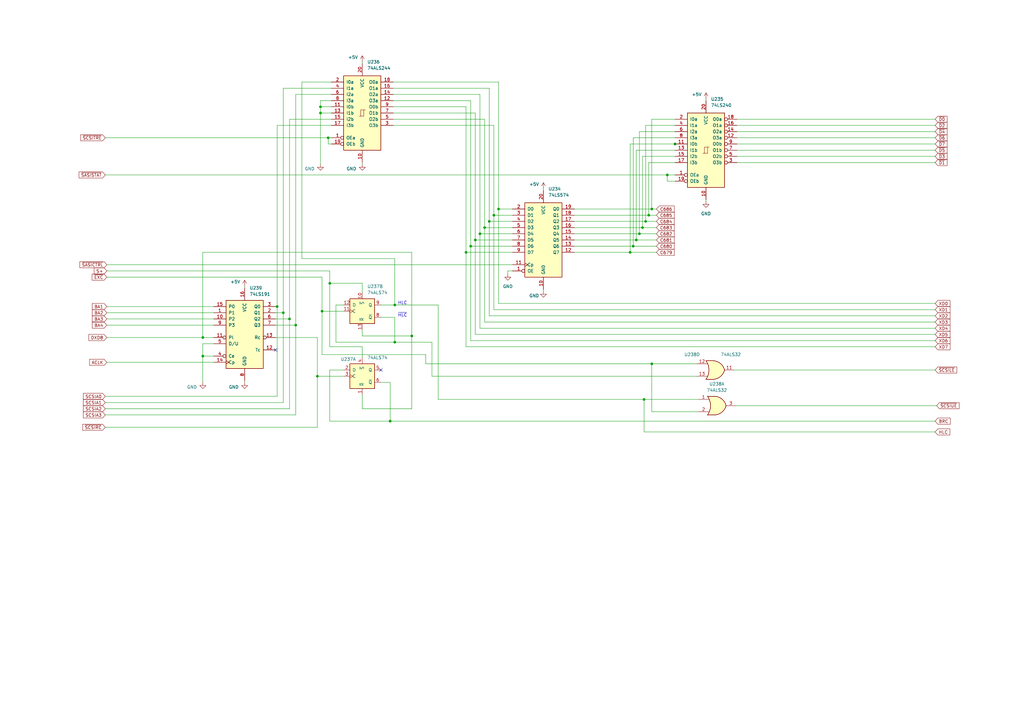
<source format=kicad_sch>
(kicad_sch (version 20211123) (generator eeschema)
  (paper "A3")
  (lib_symbols
    (symbol "74xx:74LS191" (pin_names (offset 1.016))
      (property "Reference" "U" (at -7.62 13.97 0))
      (property "Value" "74LS191" (at -7.62 -16.51 0))
      (symbol "74LS191_1_0"
        (pin input line (at -12.7 7.62 0) (length 5.08) (name "P1") (number "1"))
        (pin input line (at -12.7 5.08 0) (length 5.08) (name "P2") (number "10"))
        (pin input inverted (at -12.7 -2.54 0) (length 5.08) (name "Pl") (number "11"))
        (pin output line (at 12.7 -7.62 180) (length 5.08) (name "Tc") (number "12"))
        (pin output inverted (at 12.7 -2.54 180) (length 5.08) (name "Rc") (number "13"))
        (pin input clock (at -12.7 -12.7 0) (length 5.08) (name "Cp") (number "14"))
        (pin input line (at -12.7 10.16 0) (length 5.08) (name "P0") (number "15"))
        (pin power_in line (at 0 17.78 270) (length 5.08) (name "VCC") (number "16"))
        (pin output line (at 12.7 7.62 180) (length 5.08) (name "Q1") (number "2"))
        (pin output line (at 12.7 10.16 180) (length 5.08) (name "Q0") (number "3"))
        (pin input inverted (at -12.7 -10.16 0) (length 5.08) (name "Ce") (number "4"))
        (pin input line (at -12.7 -5.08 0) (length 5.08) (name "D/U") (number "5"))
        (pin output line (at 12.7 5.08 180) (length 5.08) (name "Q2") (number "6"))
        (pin output line (at 12.7 2.54 180) (length 5.08) (name "Q3") (number "7"))
        (pin power_in line (at 0 -20.32 90) (length 5.08) (name "GND") (number "8"))
        (pin input line (at -12.7 2.54 0) (length 5.08) (name "P3") (number "9"))
      )
      (symbol "74LS191_1_1"
        (rectangle (start -7.62 12.7) (end 7.62 -15.24) (stroke (width 0.254)) (fill (type background)))
      )
    )
    (symbol "74xx:74LS240" (pin_names (offset 1.016))
      (property "Reference" "U" (at -7.62 16.51 0))
      (property "Value" "74LS240" (at -7.62 -16.51 0))
      (symbol "74LS240_1_0"
        (polyline (pts (xy -0.635 -1.27) (xy -0.635 1.27) (xy 0.635 1.27)))
        (polyline (pts (xy -1.27 -1.27) (xy 0.635 -1.27) (xy 0.635 1.27) (xy 1.27 1.27)))
        (pin input inverted (at -12.7 -10.16 0) (length 5.08) (name "OEa") (number "1"))
        (pin power_in line (at 0 -20.32 90) (length 5.08) (name "GND") (number "10"))
        (pin input line (at -12.7 2.54 0) (length 5.08) (name "I0b") (number "11"))
        (pin tri_state inverted (at 12.7 5.08 180) (length 5.08) (name "O3a") (number "12"))
        (pin input line (at -12.7 0 0) (length 5.08) (name "I1b") (number "13"))
        (pin tri_state inverted (at 12.7 7.62 180) (length 5.08) (name "O2a") (number "14"))
        (pin input line (at -12.7 -2.54 0) (length 5.08) (name "I2b") (number "15"))
        (pin tri_state inverted (at 12.7 10.16 180) (length 5.08) (name "O1a") (number "16"))
        (pin input line (at -12.7 -5.08 0) (length 5.08) (name "I3b") (number "17"))
        (pin tri_state inverted (at 12.7 12.7 180) (length 5.08) (name "O0a") (number "18"))
        (pin input inverted (at -12.7 -12.7 0) (length 5.08) (name "OEb") (number "19"))
        (pin input line (at -12.7 12.7 0) (length 5.08) (name "I0a") (number "2"))
        (pin power_in line (at 0 20.32 270) (length 5.08) (name "VCC") (number "20"))
        (pin tri_state inverted (at 12.7 -5.08 180) (length 5.08) (name "O3b") (number "3"))
        (pin input line (at -12.7 10.16 0) (length 5.08) (name "I1a") (number "4"))
        (pin tri_state inverted (at 12.7 -2.54 180) (length 5.08) (name "O2b") (number "5"))
        (pin input line (at -12.7 7.62 0) (length 5.08) (name "I2a") (number "6"))
        (pin tri_state inverted (at 12.7 0 180) (length 5.08) (name "O1b") (number "7"))
        (pin input line (at -12.7 5.08 0) (length 5.08) (name "I3a") (number "8"))
        (pin tri_state inverted (at 12.7 2.54 180) (length 5.08) (name "O0b") (number "9"))
      )
      (symbol "74LS240_1_1"
        (rectangle (start -7.62 15.24) (end 7.62 -15.24) (stroke (width 0.254)) (fill (type background)))
      )
    )
    (symbol "74xx:74LS244" (pin_names (offset 1.016))
      (property "Reference" "U" (at -7.62 16.51 0))
      (property "Value" "74LS244" (at -7.62 -16.51 0))
      (symbol "74LS244_1_0"
        (polyline (pts (xy -0.635 -1.27) (xy -0.635 1.27) (xy 0.635 1.27)))
        (polyline (pts (xy -1.27 -1.27) (xy 0.635 -1.27) (xy 0.635 1.27) (xy 1.27 1.27)))
        (pin input inverted (at -12.7 -10.16 0) (length 5.08) (name "OEa") (number "1"))
        (pin power_in line (at 0 -20.32 90) (length 5.08) (name "GND") (number "10"))
        (pin input line (at -12.7 2.54 0) (length 5.08) (name "I0b") (number "11"))
        (pin tri_state line (at 12.7 5.08 180) (length 5.08) (name "O3a") (number "12"))
        (pin input line (at -12.7 0 0) (length 5.08) (name "I1b") (number "13"))
        (pin tri_state line (at 12.7 7.62 180) (length 5.08) (name "O2a") (number "14"))
        (pin input line (at -12.7 -2.54 0) (length 5.08) (name "I2b") (number "15"))
        (pin tri_state line (at 12.7 10.16 180) (length 5.08) (name "O1a") (number "16"))
        (pin input line (at -12.7 -5.08 0) (length 5.08) (name "I3b") (number "17"))
        (pin tri_state line (at 12.7 12.7 180) (length 5.08) (name "O0a") (number "18"))
        (pin input inverted (at -12.7 -12.7 0) (length 5.08) (name "OEb") (number "19"))
        (pin input line (at -12.7 12.7 0) (length 5.08) (name "I0a") (number "2"))
        (pin power_in line (at 0 20.32 270) (length 5.08) (name "VCC") (number "20"))
        (pin tri_state line (at 12.7 -5.08 180) (length 5.08) (name "O3b") (number "3"))
        (pin input line (at -12.7 10.16 0) (length 5.08) (name "I1a") (number "4"))
        (pin tri_state line (at 12.7 -2.54 180) (length 5.08) (name "O2b") (number "5"))
        (pin input line (at -12.7 7.62 0) (length 5.08) (name "I2a") (number "6"))
        (pin tri_state line (at 12.7 0 180) (length 5.08) (name "O1b") (number "7"))
        (pin input line (at -12.7 5.08 0) (length 5.08) (name "I3a") (number "8"))
        (pin tri_state line (at 12.7 2.54 180) (length 5.08) (name "O0b") (number "9"))
      )
      (symbol "74LS244_1_1"
        (rectangle (start -7.62 15.24) (end 7.62 -15.24) (stroke (width 0.254)) (fill (type background)))
      )
    )
    (symbol "74xx:74LS32" (pin_names (offset 1.016))
      (property "Reference" "U" (at 0 1.27 0))
      (property "Value" "74LS32" (at 0 -1.27 0))
      (symbol "74LS32_1_1"
        (arc (start -3.81 -3.81) (mid -2.589 0) (end -3.81 3.81) (stroke (width 0.254)))
        (arc (start -0.6096 -3.81) (mid 2.1842 -2.5851) (end 3.81 0) (stroke (width 0.254)) (fill (type background)))
        (polyline (pts (xy -3.81 -3.81) (xy -0.635 -3.81)) (stroke (width 0.254)) (fill (type background)))
        (polyline (pts (xy -3.81 3.81) (xy -0.635 3.81)) (stroke (width 0.254)) (fill (type background)))
        (polyline (pts (xy -0.635 3.81) (xy -3.81 3.81) (xy -3.81 3.81) (xy -3.556 3.4036) (xy -3.0226 2.2606) (xy -2.6924 1.0414) (xy -2.6162 -0.254) (xy -2.7686 -1.4986) (xy -3.175 -2.7178) (xy -3.81 -3.81) (xy -3.81 -3.81) (xy -0.635 -3.81)) (stroke (width -25.4)) (fill (type background)))
        (arc (start 3.81 0) (mid 2.1915 2.5936) (end -0.6096 3.81) (stroke (width 0.254)) (fill (type background)))
        (pin input line (at -7.62 2.54 0) (length 4.318) (name "~") (number "1"))
        (pin input line (at -7.62 -2.54 0) (length 4.318) (name "~") (number "2"))
        (pin output line (at 7.62 0 180) (length 3.81) (name "~") (number "3"))
      )
      (symbol "74LS32_1_2"
        (arc (start 0 -3.81) (mid 3.81 0) (end 0 3.81) (stroke (width 0.254)) (fill (type background)))
        (polyline (pts (xy 0 3.81) (xy -3.81 3.81) (xy -3.81 -3.81) (xy 0 -3.81)) (stroke (width 0.254)) (fill (type background)))
        (pin input inverted (at -7.62 2.54 0) (length 3.81) (name "~") (number "1"))
        (pin input inverted (at -7.62 -2.54 0) (length 3.81) (name "~") (number "2"))
        (pin output inverted (at 7.62 0 180) (length 3.81) (name "~") (number "3"))
      )
      (symbol "74LS32_2_1"
        (arc (start -3.81 -3.81) (mid -2.589 0) (end -3.81 3.81) (stroke (width 0.254)))
        (arc (start -0.6096 -3.81) (mid 2.1842 -2.5851) (end 3.81 0) (stroke (width 0.254)) (fill (type background)))
        (polyline (pts (xy -3.81 -3.81) (xy -0.635 -3.81)) (stroke (width 0.254)) (fill (type background)))
        (polyline (pts (xy -3.81 3.81) (xy -0.635 3.81)) (stroke (width 0.254)) (fill (type background)))
        (polyline (pts (xy -0.635 3.81) (xy -3.81 3.81) (xy -3.81 3.81) (xy -3.556 3.4036) (xy -3.0226 2.2606) (xy -2.6924 1.0414) (xy -2.6162 -0.254) (xy -2.7686 -1.4986) (xy -3.175 -2.7178) (xy -3.81 -3.81) (xy -3.81 -3.81) (xy -0.635 -3.81)) (stroke (width -25.4)) (fill (type background)))
        (arc (start 3.81 0) (mid 2.1915 2.5936) (end -0.6096 3.81) (stroke (width 0.254)) (fill (type background)))
        (pin input line (at -7.62 2.54 0) (length 4.318) (name "~") (number "4"))
        (pin input line (at -7.62 -2.54 0) (length 4.318) (name "~") (number "5"))
        (pin output line (at 7.62 0 180) (length 3.81) (name "~") (number "6"))
      )
      (symbol "74LS32_2_2"
        (arc (start 0 -3.81) (mid 3.81 0) (end 0 3.81) (stroke (width 0.254)) (fill (type background)))
        (polyline (pts (xy 0 3.81) (xy -3.81 3.81) (xy -3.81 -3.81) (xy 0 -3.81)) (stroke (width 0.254)) (fill (type background)))
        (pin input inverted (at -7.62 2.54 0) (length 3.81) (name "~") (number "4"))
        (pin input inverted (at -7.62 -2.54 0) (length 3.81) (name "~") (number "5"))
        (pin output inverted (at 7.62 0 180) (length 3.81) (name "~") (number "6"))
      )
      (symbol "74LS32_3_1"
        (arc (start -3.81 -3.81) (mid -2.589 0) (end -3.81 3.81) (stroke (width 0.254)))
        (arc (start -0.6096 -3.81) (mid 2.1842 -2.5851) (end 3.81 0) (stroke (width 0.254)) (fill (type background)))
        (polyline (pts (xy -3.81 -3.81) (xy -0.635 -3.81)) (stroke (width 0.254)) (fill (type background)))
        (polyline (pts (xy -3.81 3.81) (xy -0.635 3.81)) (stroke (width 0.254)) (fill (type background)))
        (polyline (pts (xy -0.635 3.81) (xy -3.81 3.81) (xy -3.81 3.81) (xy -3.556 3.4036) (xy -3.0226 2.2606) (xy -2.6924 1.0414) (xy -2.6162 -0.254) (xy -2.7686 -1.4986) (xy -3.175 -2.7178) (xy -3.81 -3.81) (xy -3.81 -3.81) (xy -0.635 -3.81)) (stroke (width -25.4)) (fill (type background)))
        (arc (start 3.81 0) (mid 2.1915 2.5936) (end -0.6096 3.81) (stroke (width 0.254)) (fill (type background)))
        (pin input line (at -7.62 -2.54 0) (length 4.318) (name "~") (number "10"))
        (pin output line (at 7.62 0 180) (length 3.81) (name "~") (number "8"))
        (pin input line (at -7.62 2.54 0) (length 4.318) (name "~") (number "9"))
      )
      (symbol "74LS32_3_2"
        (arc (start 0 -3.81) (mid 3.81 0) (end 0 3.81) (stroke (width 0.254)) (fill (type background)))
        (polyline (pts (xy 0 3.81) (xy -3.81 3.81) (xy -3.81 -3.81) (xy 0 -3.81)) (stroke (width 0.254)) (fill (type background)))
        (pin input inverted (at -7.62 -2.54 0) (length 3.81) (name "~") (number "10"))
        (pin output inverted (at 7.62 0 180) (length 3.81) (name "~") (number "8"))
        (pin input inverted (at -7.62 2.54 0) (length 3.81) (name "~") (number "9"))
      )
      (symbol "74LS32_4_1"
        (arc (start -3.81 -3.81) (mid -2.589 0) (end -3.81 3.81) (stroke (width 0.254)))
        (arc (start -0.6096 -3.81) (mid 2.1842 -2.5851) (end 3.81 0) (stroke (width 0.254)) (fill (type background)))
        (polyline (pts (xy -3.81 -3.81) (xy -0.635 -3.81)) (stroke (width 0.254)) (fill (type background)))
        (polyline (pts (xy -3.81 3.81) (xy -0.635 3.81)) (stroke (width 0.254)) (fill (type background)))
        (polyline (pts (xy -0.635 3.81) (xy -3.81 3.81) (xy -3.81 3.81) (xy -3.556 3.4036) (xy -3.0226 2.2606) (xy -2.6924 1.0414) (xy -2.6162 -0.254) (xy -2.7686 -1.4986) (xy -3.175 -2.7178) (xy -3.81 -3.81) (xy -3.81 -3.81) (xy -0.635 -3.81)) (stroke (width -25.4)) (fill (type background)))
        (arc (start 3.81 0) (mid 2.1915 2.5936) (end -0.6096 3.81) (stroke (width 0.254)) (fill (type background)))
        (pin output line (at 7.62 0 180) (length 3.81) (name "~") (number "11"))
        (pin input line (at -7.62 2.54 0) (length 4.318) (name "~") (number "12"))
        (pin input line (at -7.62 -2.54 0) (length 4.318) (name "~") (number "13"))
      )
      (symbol "74LS32_4_2"
        (arc (start 0 -3.81) (mid 3.81 0) (end 0 3.81) (stroke (width 0.254)) (fill (type background)))
        (polyline (pts (xy 0 3.81) (xy -3.81 3.81) (xy -3.81 -3.81) (xy 0 -3.81)) (stroke (width 0.254)) (fill (type background)))
        (pin output inverted (at 7.62 0 180) (length 3.81) (name "~") (number "11"))
        (pin input inverted (at -7.62 2.54 0) (length 3.81) (name "~") (number "12"))
        (pin input inverted (at -7.62 -2.54 0) (length 3.81) (name "~") (number "13"))
      )
      (symbol "74LS32_5_0"
        (pin power_in line (at 0 12.7 270) (length 5.08) (name "VCC") (number "14"))
        (pin power_in line (at 0 -12.7 90) (length 5.08) (name "GND") (number "7"))
      )
      (symbol "74LS32_5_1"
        (rectangle (start -5.08 7.62) (end 5.08 -7.62) (stroke (width 0.254)) (fill (type background)))
      )
    )
    (symbol "74xx:74LS574" (pin_names (offset 1.016))
      (property "Reference" "U" (at -7.62 16.51 0))
      (property "Value" "74LS574" (at -7.62 -16.51 0))
      (symbol "74LS574_1_0"
        (pin input inverted (at -12.7 -12.7 0) (length 5.08) (name "OE") (number "1"))
        (pin power_in line (at 0 -20.32 90) (length 5.08) (name "GND") (number "10"))
        (pin input clock (at -12.7 -10.16 0) (length 5.08) (name "Cp") (number "11"))
        (pin tri_state line (at 12.7 -5.08 180) (length 5.08) (name "Q7") (number "12"))
        (pin tri_state line (at 12.7 -2.54 180) (length 5.08) (name "Q6") (number "13"))
        (pin tri_state line (at 12.7 0 180) (length 5.08) (name "Q5") (number "14"))
        (pin tri_state line (at 12.7 2.54 180) (length 5.08) (name "Q4") (number "15"))
        (pin tri_state line (at 12.7 5.08 180) (length 5.08) (name "Q3") (number "16"))
        (pin tri_state line (at 12.7 7.62 180) (length 5.08) (name "Q2") (number "17"))
        (pin tri_state line (at 12.7 10.16 180) (length 5.08) (name "Q1") (number "18"))
        (pin tri_state line (at 12.7 12.7 180) (length 5.08) (name "Q0") (number "19"))
        (pin input line (at -12.7 12.7 0) (length 5.08) (name "D0") (number "2"))
        (pin power_in line (at 0 20.32 270) (length 5.08) (name "VCC") (number "20"))
        (pin input line (at -12.7 10.16 0) (length 5.08) (name "D1") (number "3"))
        (pin input line (at -12.7 7.62 0) (length 5.08) (name "D2") (number "4"))
        (pin input line (at -12.7 5.08 0) (length 5.08) (name "D3") (number "5"))
        (pin input line (at -12.7 2.54 0) (length 5.08) (name "D4") (number "6"))
        (pin input line (at -12.7 0 0) (length 5.08) (name "D5") (number "7"))
        (pin input line (at -12.7 -2.54 0) (length 5.08) (name "D6") (number "8"))
        (pin input line (at -12.7 -5.08 0) (length 5.08) (name "D7") (number "9"))
      )
      (symbol "74LS574_1_1"
        (rectangle (start -7.62 15.24) (end 7.62 -15.24) (stroke (width 0.254)) (fill (type background)))
      )
    )
    (symbol "74xx:74LS74" (pin_names (offset 1.016))
      (property "Reference" "U" (at -7.62 8.89 0))
      (property "Value" "74LS74" (at -7.62 -8.89 0))
      (symbol "74LS74_1_0"
        (pin input line (at 0 -7.62 90) (length 2.54) (name "~{R}") (number "1"))
        (pin input line (at -7.62 2.54 0) (length 2.54) (name "D") (number "2"))
        (pin input clock (at -7.62 0 0) (length 2.54) (name "C") (number "3"))
        (pin input line (at 0 7.62 270) (length 2.54) (name "~{S}") (number "4"))
        (pin output line (at 7.62 2.54 180) (length 2.54) (name "Q") (number "5"))
        (pin output line (at 7.62 -2.54 180) (length 2.54) (name "~{Q}") (number "6"))
      )
      (symbol "74LS74_1_1"
        (rectangle (start -5.08 5.08) (end 5.08 -5.08) (stroke (width 0.254)) (fill (type background)))
      )
      (symbol "74LS74_2_0"
        (pin input line (at 0 7.62 270) (length 2.54) (name "~{S}") (number "10"))
        (pin input clock (at -7.62 0 0) (length 2.54) (name "C") (number "11"))
        (pin input line (at -7.62 2.54 0) (length 2.54) (name "D") (number "12"))
        (pin input line (at 0 -7.62 90) (length 2.54) (name "~{R}") (number "13"))
        (pin output line (at 7.62 -2.54 180) (length 2.54) (name "~{Q}") (number "8"))
        (pin output line (at 7.62 2.54 180) (length 2.54) (name "Q") (number "9"))
      )
      (symbol "74LS74_2_1"
        (rectangle (start -5.08 5.08) (end 5.08 -5.08) (stroke (width 0.254)) (fill (type background)))
      )
      (symbol "74LS74_3_0"
        (pin power_in line (at 0 10.16 270) (length 2.54) (name "VCC") (number "14"))
        (pin power_in line (at 0 -10.16 90) (length 2.54) (name "GND") (number "7"))
      )
      (symbol "74LS74_3_1"
        (rectangle (start -5.08 7.62) (end 5.08 -7.62) (stroke (width 0.254)) (fill (type background)))
      )
    )
    (symbol "power:+5V" (power) (pin_names (offset 0))
      (property "Value" "+5V" (at 0 3.556 0))
      (symbol "+5V_0_1"
        (polyline (pts (xy -0.762 1.27) (xy 0 2.54)))
        (polyline (pts (xy 0 0) (xy 0 2.54)))
        (polyline (pts (xy 0 2.54) (xy 0.762 1.27)))
      )
      (symbol "+5V_1_1"
        (pin power_in line (at 0 0 90) (length 0) hide (name "+5V") (number "1"))
      )
    )
    (symbol "power:GND" (power) (pin_names (offset 0))
      (property "Value" "GND" (at 0 -3.81 0))
      (symbol "GND_0_1"
        (polyline (pts (xy 0 0) (xy 0 -1.27) (xy 1.27 -1.27) (xy 0 -2.54) (xy -1.27 -1.27) (xy 0 -1.27)))
      )
      (symbol "GND_1_1"
        (pin power_in line (at 0 0 270) (length 0) hide (name "GND") (number "1"))
      )
    )
  )
  (junction (at 135.255 116.205))
  (junction (at 260.985 98.425))
  (junction (at 267.335 149.225))
  (junction (at 259.715 100.965))
  (junction (at 202.565 88.265))
  (junction (at 263.525 93.345))
  (junction (at 168.91 137.795))
  (junction (at 273.685 71.755))
  (junction (at 116.205 128.27))
  (junction (at 118.745 130.81))
  (junction (at 130.175 154.305))
  (junction (at 132.08 127.635))
  (junction (at 193.04 100.965))
  (junction (at 194.945 98.425))
  (junction (at 131.445 43.815))
  (junction (at 276.86 59.055))
  (junction (at 264.795 90.805))
  (junction (at 121.285 133.35))
  (junction (at 196.85 95.885))
  (junction (at 264.16 163.83))
  (junction (at 262.255 95.885))
  (junction (at 266.065 88.265))
  (junction (at 83.185 138.43))
  (junction (at 134.62 56.515))
  (junction (at 160.02 172.72))
  (junction (at 83.185 146.05))
  (junction (at 131.445 46.355))
  (junction (at 204.47 85.725))
  (junction (at 198.755 93.345))
  (junction (at 200.66 90.805))
  (junction (at 267.335 85.725))
  (junction (at 161.925 140.335))
  (junction (at 191.135 103.505))
  (junction (at 161.925 125.095))
  (junction (at 113.665 125.73))
  (junction (at 258.445 103.505))
  (no_connect (at 113.03 143.51))
  (no_connect (at 156.21 151.765))
  (wire (pts (xy 131.445 46.355) (xy 131.445 67.31)))
  (wire (pts (xy 123.825 33.655) (xy 123.825 106.045)))
  (wire (pts (xy 118.745 167.64) (xy 118.745 130.81)))
  (wire (pts (xy 121.285 133.35) (xy 121.285 38.735)))
  (wire (pts (xy 148.59 142.24) (xy 135.255 142.24)))
  (wire (pts (xy 194.945 98.425) (xy 210.185 98.425)))
  (wire (pts (xy 267.335 48.895) (xy 267.335 85.725)))
  (wire (pts (xy 302.26 51.435) (xy 383.54 51.435)))
  (wire (pts (xy 277.495 59.055) (xy 276.86 59.055)))
  (wire (pts (xy 235.585 100.965) (xy 259.715 100.965)))
  (wire (pts (xy 168.91 137.795) (xy 168.91 167.64)))
  (wire (pts (xy 258.445 103.505) (xy 269.24 103.505)))
  (wire (pts (xy 273.685 71.755) (xy 273.685 74.295)))
  (wire (pts (xy 135.89 48.895) (xy 118.745 48.895)))
  (wire (pts (xy 267.335 149.225) (xy 267.335 168.91)))
  (wire (pts (xy 161.925 106.045) (xy 161.925 125.095)))
  (wire (pts (xy 140.97 125.095) (xy 137.795 125.095)))
  (wire (pts (xy 302.26 56.515) (xy 383.54 56.515)))
  (wire (pts (xy 302.26 66.675) (xy 383.54 66.675)))
  (wire (pts (xy 264.795 90.805) (xy 264.795 51.435)))
  (wire (pts (xy 264.795 51.435) (xy 276.86 51.435)))
  (wire (pts (xy 259.715 100.965) (xy 269.24 100.965)))
  (wire (pts (xy 263.525 93.345) (xy 269.24 93.345)))
  (wire (pts (xy 43.815 130.81) (xy 87.63 130.81)))
  (wire (pts (xy 83.185 146.05) (xy 83.185 156.845)))
  (wire (pts (xy 196.85 38.735) (xy 196.85 95.885)))
  (wire (pts (xy 204.47 124.46) (xy 383.54 124.46)))
  (wire (pts (xy 260.985 61.595) (xy 260.985 98.425)))
  (wire (pts (xy 289.56 81.915) (xy 289.56 82.55)))
  (wire (pts (xy 202.565 88.265) (xy 210.185 88.265)))
  (wire (pts (xy 135.89 41.275) (xy 131.445 41.275)))
  (wire (pts (xy 116.205 36.195) (xy 116.205 128.27)))
  (wire (pts (xy 267.335 85.725) (xy 269.24 85.725)))
  (wire (pts (xy 131.445 43.815) (xy 135.89 43.815)))
  (wire (pts (xy 121.285 170.18) (xy 43.18 170.18)))
  (wire (pts (xy 148.59 116.205) (xy 148.59 120.015)))
  (wire (pts (xy 222.885 77.47) (xy 222.885 78.105)))
  (wire (pts (xy 168.91 103.505) (xy 168.91 137.795)))
  (wire (pts (xy 161.29 36.195) (xy 200.66 36.195)))
  (wire (pts (xy 43.18 175.26) (xy 130.175 175.26)))
  (wire (pts (xy 266.065 88.265) (xy 269.24 88.265)))
  (wire (pts (xy 193.04 100.965) (xy 210.185 100.965)))
  (wire (pts (xy 43.815 138.43) (xy 83.185 138.43)))
  (wire (pts (xy 118.745 130.81) (xy 113.03 130.81)))
  (wire (pts (xy 113.03 133.35) (xy 121.285 133.35)))
  (wire (pts (xy 267.335 149.225) (xy 174.625 149.225)))
  (wire (pts (xy 83.185 140.97) (xy 83.185 146.05)))
  (wire (pts (xy 148.59 146.685) (xy 148.59 142.24)))
  (wire (pts (xy 193.04 41.275) (xy 193.04 100.965)))
  (wire (pts (xy 276.86 59.055) (xy 258.445 59.055)))
  (wire (pts (xy 43.815 108.585) (xy 210.185 108.585)))
  (wire (pts (xy 259.715 100.965) (xy 259.715 56.515)))
  (wire (pts (xy 264.16 177.165) (xy 383.54 177.165)))
  (wire (pts (xy 83.185 103.505) (xy 168.91 103.505)))
  (wire (pts (xy 177.165 154.305) (xy 285.75 154.305)))
  (wire (pts (xy 262.255 53.975) (xy 276.86 53.975)))
  (wire (pts (xy 134.62 59.055) (xy 134.62 56.515)))
  (wire (pts (xy 235.585 93.345) (xy 263.525 93.345)))
  (wire (pts (xy 191.135 103.505) (xy 191.135 142.24)))
  (wire (pts (xy 276.86 61.595) (xy 260.985 61.595)))
  (wire (pts (xy 302.26 61.595) (xy 383.54 61.595)))
  (wire (pts (xy 200.66 36.195) (xy 200.66 90.805)))
  (wire (pts (xy 179.705 125.095) (xy 179.705 163.83)))
  (wire (pts (xy 137.795 140.335) (xy 161.925 140.335)))
  (wire (pts (xy 43.18 165.1) (xy 116.205 165.1)))
  (wire (pts (xy 258.445 59.055) (xy 258.445 103.505)))
  (wire (pts (xy 235.585 90.805) (xy 264.795 90.805)))
  (wire (pts (xy 204.47 85.725) (xy 204.47 124.46)))
  (wire (pts (xy 260.985 98.425) (xy 269.24 98.425)))
  (wire (pts (xy 87.63 138.43) (xy 83.185 138.43)))
  (wire (pts (xy 196.85 95.885) (xy 196.85 134.62)))
  (wire (pts (xy 161.29 43.815) (xy 191.135 43.815)))
  (wire (pts (xy 200.66 90.805) (xy 200.66 129.54)))
  (wire (pts (xy 148.59 137.795) (xy 148.59 135.255)))
  (wire (pts (xy 235.585 98.425) (xy 260.985 98.425)))
  (wire (pts (xy 148.59 167.64) (xy 148.59 161.925)))
  (wire (pts (xy 83.185 138.43) (xy 83.185 103.505)))
  (wire (pts (xy 177.165 140.335) (xy 177.165 154.305)))
  (wire (pts (xy 43.815 113.665) (xy 132.08 113.665)))
  (wire (pts (xy 135.89 36.195) (xy 116.205 36.195)))
  (wire (pts (xy 43.815 128.27) (xy 87.63 128.27)))
  (wire (pts (xy 118.745 48.895) (xy 118.745 130.81)))
  (wire (pts (xy 263.525 64.135) (xy 276.86 64.135)))
  (wire (pts (xy 113.665 125.73) (xy 113.03 125.73)))
  (wire (pts (xy 196.85 134.62) (xy 383.54 134.62)))
  (wire (pts (xy 179.705 163.83) (xy 264.16 163.83)))
  (wire (pts (xy 174.625 149.225) (xy 174.625 145.415)))
  (wire (pts (xy 140.97 127.635) (xy 132.08 127.635)))
  (wire (pts (xy 123.825 106.045) (xy 161.925 106.045)))
  (wire (pts (xy 113.665 51.435) (xy 113.665 125.73)))
  (wire (pts (xy 130.175 138.43) (xy 113.03 138.43)))
  (wire (pts (xy 264.16 163.83) (xy 286.385 163.83)))
  (wire (pts (xy 161.29 46.355) (xy 194.945 46.355)))
  (wire (pts (xy 161.29 41.275) (xy 193.04 41.275)))
  (wire (pts (xy 137.795 125.095) (xy 137.795 140.335)))
  (wire (pts (xy 161.925 140.335) (xy 177.165 140.335)))
  (wire (pts (xy 134.62 56.515) (xy 135.89 56.515)))
  (wire (pts (xy 121.285 133.35) (xy 121.285 170.18)))
  (wire (pts (xy 130.175 154.305) (xy 130.175 138.43)))
  (wire (pts (xy 43.815 125.73) (xy 87.63 125.73)))
  (wire (pts (xy 131.445 41.275) (xy 131.445 43.815)))
  (wire (pts (xy 132.08 127.635) (xy 132.08 113.665)))
  (wire (pts (xy 222.885 118.745) (xy 222.885 119.38)))
  (wire (pts (xy 135.255 151.765) (xy 135.255 172.72)))
  (wire (pts (xy 208.28 112.395) (xy 208.28 111.125)))
  (wire (pts (xy 130.175 154.305) (xy 140.97 154.305)))
  (wire (pts (xy 43.815 148.59) (xy 87.63 148.59)))
  (wire (pts (xy 302.26 53.975) (xy 383.54 53.975)))
  (wire (pts (xy 161.29 33.655) (xy 204.47 33.655)))
  (wire (pts (xy 200.66 90.805) (xy 210.185 90.805)))
  (wire (pts (xy 273.685 74.295) (xy 276.86 74.295)))
  (wire (pts (xy 161.925 125.095) (xy 179.705 125.095)))
  (wire (pts (xy 168.91 167.64) (xy 148.59 167.64)))
  (wire (pts (xy 113.665 51.435) (xy 135.89 51.435)))
  (wire (pts (xy 160.02 156.845) (xy 156.21 156.845)))
  (wire (pts (xy 100.33 156.21) (xy 100.33 156.845)))
  (wire (pts (xy 161.925 130.175) (xy 156.21 130.175)))
  (wire (pts (xy 43.18 56.515) (xy 134.62 56.515)))
  (wire (pts (xy 100.33 117.475) (xy 100.33 118.11)))
  (wire (pts (xy 130.175 154.305) (xy 130.175 175.26)))
  (wire (pts (xy 161.925 125.095) (xy 156.21 125.095)))
  (wire (pts (xy 198.755 93.345) (xy 210.185 93.345)))
  (wire (pts (xy 116.205 128.27) (xy 116.205 165.1)))
  (wire (pts (xy 258.445 103.505) (xy 235.585 103.505)))
  (wire (pts (xy 262.255 95.885) (xy 269.24 95.885)))
  (wire (pts (xy 135.255 142.24) (xy 135.255 116.205)))
  (wire (pts (xy 135.255 172.72) (xy 160.02 172.72)))
  (wire (pts (xy 161.29 48.895) (xy 198.755 48.895)))
  (wire (pts (xy 267.335 168.91) (xy 286.385 168.91)))
  (wire (pts (xy 196.85 95.885) (xy 210.185 95.885)))
  (wire (pts (xy 198.755 132.08) (xy 198.755 93.345)))
  (wire (pts (xy 43.815 111.125) (xy 135.255 111.125)))
  (wire (pts (xy 204.47 85.725) (xy 210.185 85.725)))
  (wire (pts (xy 193.04 139.7) (xy 383.54 139.7)))
  (wire (pts (xy 262.255 95.885) (xy 262.255 53.975)))
  (wire (pts (xy 161.29 38.735) (xy 196.85 38.735)))
  (wire (pts (xy 302.26 48.895) (xy 383.54 48.895)))
  (wire (pts (xy 267.335 48.895) (xy 276.86 48.895)))
  (wire (pts (xy 194.945 98.425) (xy 194.945 137.16)))
  (wire (pts (xy 161.925 140.335) (xy 161.925 130.175)))
  (wire (pts (xy 191.135 103.505) (xy 210.185 103.505)))
  (wire (pts (xy 200.66 129.54) (xy 383.54 129.54)))
  (wire (pts (xy 289.56 40.64) (xy 289.56 41.275)))
  (wire (pts (xy 43.815 133.35) (xy 87.63 133.35)))
  (wire (pts (xy 202.565 51.435) (xy 202.565 88.265)))
  (wire (pts (xy 383.54 132.08) (xy 198.755 132.08)))
  (wire (pts (xy 160.02 172.72) (xy 383.54 172.72)))
  (wire (pts (xy 160.02 156.845) (xy 160.02 172.72)))
  (wire (pts (xy 198.755 48.895) (xy 198.755 93.345)))
  (wire (pts (xy 135.255 111.125) (xy 135.255 116.205)))
  (wire (pts (xy 43.18 71.755) (xy 273.685 71.755)))
  (wire (pts (xy 43.18 167.64) (xy 118.745 167.64)))
  (wire (pts (xy 300.99 151.765) (xy 383.54 151.765)))
  (wire (pts (xy 148.59 25.4) (xy 148.59 26.035)))
  (wire (pts (xy 235.585 88.265) (xy 266.065 88.265)))
  (wire (pts (xy 140.97 151.765) (xy 135.255 151.765)))
  (wire (pts (xy 263.525 93.345) (xy 263.525 64.135)))
  (wire (pts (xy 264.16 163.83) (xy 264.16 177.165)))
  (wire (pts (xy 302.26 64.135) (xy 383.54 64.135)))
  (wire (pts (xy 161.29 51.435) (xy 202.565 51.435)))
  (wire (pts (xy 264.795 90.805) (xy 269.24 90.805)))
  (wire (pts (xy 131.445 43.815) (xy 131.445 46.355)))
  (wire (pts (xy 43.18 162.56) (xy 113.665 162.56)))
  (wire (pts (xy 135.255 116.205) (xy 148.59 116.205)))
  (wire (pts (xy 191.135 43.815) (xy 191.135 103.505)))
  (wire (pts (xy 83.185 146.05) (xy 87.63 146.05)))
  (wire (pts (xy 193.04 100.965) (xy 193.04 139.7)))
  (wire (pts (xy 148.59 66.675) (xy 148.59 67.31)))
  (wire (pts (xy 204.47 33.655) (xy 204.47 85.725)))
  (wire (pts (xy 301.625 166.37) (xy 384.175 166.37)))
  (wire (pts (xy 121.285 38.735) (xy 135.89 38.735)))
  (wire (pts (xy 135.89 33.655) (xy 123.825 33.655)))
  (wire (pts (xy 266.065 66.675) (xy 276.86 66.675)))
  (wire (pts (xy 116.205 128.27) (xy 113.03 128.27)))
  (wire (pts (xy 135.89 59.055) (xy 134.62 59.055)))
  (wire (pts (xy 132.08 145.415) (xy 132.08 127.635)))
  (wire (pts (xy 383.54 142.24) (xy 191.135 142.24)))
  (wire (pts (xy 202.565 127) (xy 202.565 88.265)))
  (wire (pts (xy 87.63 140.97) (xy 83.185 140.97)))
  (wire (pts (xy 235.585 85.725) (xy 267.335 85.725)))
  (wire (pts (xy 208.28 111.125) (xy 210.185 111.125)))
  (wire (pts (xy 131.445 46.355) (xy 135.89 46.355)))
  (wire (pts (xy 302.26 59.055) (xy 383.54 59.055)))
  (wire (pts (xy 273.685 71.755) (xy 276.86 71.755)))
  (wire (pts (xy 259.715 56.515) (xy 276.86 56.515)))
  (wire (pts (xy 285.75 149.225) (xy 267.335 149.225)))
  (wire (pts (xy 174.625 145.415) (xy 132.08 145.415)))
  (wire (pts (xy 266.065 88.265) (xy 266.065 66.675)))
  (wire (pts (xy 113.665 125.73) (xy 113.665 162.56)))
  (wire (pts (xy 235.585 95.885) (xy 262.255 95.885)))
  (wire (pts (xy 168.91 137.795) (xy 148.59 137.795)))
  (wire (pts (xy 383.54 127) (xy 202.565 127)))
  (wire (pts (xy 383.54 137.16) (xy 194.945 137.16)))
  (wire (pts (xy 194.945 46.355) (xy 194.945 98.425)))
  (text "~{HLC}\n" (at 163.195 130.175 0) (effects (font (size 1.27 1.27)) (justify left bottom)))
  (text "HLC\n" (at 163.195 125.095 0) (effects (font (size 1.27 1.27)) (justify left bottom)))
  (global_label "XD4" (shape input) (at 383.54 134.62 0) (property "Intersheet References" "${INTERSHEET_REFS}" (effects hide)))
  (global_label "C682" (shape input) (at 269.24 95.885 0) (property "Intersheet References" "${INTERSHEET_REFS}" (effects hide)))
  (global_label "C679" (shape input) (at 269.24 103.505 0) (property "Intersheet References" "${INTERSHEET_REFS}" (effects hide)))
  (global_label "XD7" (shape input) (at 383.54 142.24 0) (property "Intersheet References" "${INTERSHEET_REFS}" (effects hide)))
  (global_label "~{SASICTRL}" (shape input) (at 43.815 108.585 180) (property "Intersheet References" "${INTERSHEET_REFS}" (effects hide)))
  (global_label "~{SCSIRC}" (shape input) (at 43.18 175.26 180) (property "Intersheet References" "${INTERSHEET_REFS}" (effects hide)))
  (global_label "HLC" (shape input) (at 383.54 177.165 0) (property "Intersheet References" "${INTERSHEET_REFS}" (effects hide)))
  (global_label "BRC" (shape input) (at 383.54 172.72 0) (property "Intersheet References" "${INTERSHEET_REFS}" (effects hide)))
  (global_label "~{D3}" (shape input) (at 383.54 64.135 0) (property "Intersheet References" "${INTERSHEET_REFS}" (effects hide)))
  (global_label "C681" (shape input) (at 269.24 98.425 0) (property "Intersheet References" "${INTERSHEET_REFS}" (effects hide)))
  (global_label "~{SCSIUE}" (shape input) (at 384.175 166.37 0) (property "Intersheet References" "${INTERSHEET_REFS}" (effects hide)))
  (global_label "DXD8" (shape input) (at 43.815 138.43 180) (property "Intersheet References" "${INTERSHEET_REFS}" (effects hide)))
  (global_label "SCSIA2" (shape input) (at 43.18 167.64 180) (property "Intersheet References" "${INTERSHEET_REFS}" (effects hide)))
  (global_label "~{SASISTAT}" (shape input) (at 43.18 71.755 180) (property "Intersheet References" "${INTERSHEET_REFS}" (effects hide)))
  (global_label "XD1" (shape input) (at 383.54 127 0) (property "Intersheet References" "${INTERSHEET_REFS}" (effects hide)))
  (global_label "XD3" (shape input) (at 383.54 132.08 0) (property "Intersheet References" "${INTERSHEET_REFS}" (effects hide)))
  (global_label "XD2" (shape input) (at 383.54 129.54 0) (property "Intersheet References" "${INTERSHEET_REFS}" (effects hide)))
  (global_label "BA1" (shape input) (at 43.815 125.73 180) (property "Intersheet References" "${INTERSHEET_REFS}" (effects hide)))
  (global_label "C685" (shape input) (at 269.24 88.265 0) (property "Intersheet References" "${INTERSHEET_REFS}" (effects hide)))
  (global_label "~{D1}" (shape input) (at 383.54 66.675 0) (property "Intersheet References" "${INTERSHEET_REFS}" (effects hide)))
  (global_label "~{D7}" (shape input) (at 383.54 59.055 0) (property "Intersheet References" "${INTERSHEET_REFS}" (effects hide)))
  (global_label "SCSIA0" (shape input) (at 43.18 162.56 180) (property "Intersheet References" "${INTERSHEET_REFS}" (effects hide)))
  (global_label "BA3" (shape input) (at 43.815 130.81 180) (property "Intersheet References" "${INTERSHEET_REFS}" (effects hide)))
  (global_label "~{D2}" (shape input) (at 383.54 51.435 0) (property "Intersheet References" "${INTERSHEET_REFS}" (effects hide)))
  (global_label "C684" (shape input) (at 269.24 90.805 0) (property "Intersheet References" "${INTERSHEET_REFS}" (effects hide)))
  (global_label "XD0" (shape input) (at 383.54 124.46 0) (property "Intersheet References" "${INTERSHEET_REFS}" (effects hide)))
  (global_label "XD5" (shape input) (at 383.54 137.16 0) (property "Intersheet References" "${INTERSHEET_REFS}" (effects hide)))
  (global_label "~{EXC}" (shape input) (at 43.815 113.665 180) (property "Intersheet References" "${INTERSHEET_REFS}" (effects hide)))
  (global_label "C683" (shape input) (at 269.24 93.345 0) (property "Intersheet References" "${INTERSHEET_REFS}" (effects hide)))
  (global_label "~{SCSITRE}" (shape input) (at 43.18 56.515 180) (property "Intersheet References" "${INTERSHEET_REFS}" (effects hide)))
  (global_label "SCSIA1" (shape input) (at 43.18 165.1 180) (property "Intersheet References" "${INTERSHEET_REFS}" (effects hide)))
  (global_label "S+" (shape input) (at 43.815 111.125 180) (property "Intersheet References" "${INTERSHEET_REFS}" (effects hide)))
  (global_label "SCSIA3" (shape input) (at 43.18 170.18 180) (property "Intersheet References" "${INTERSHEET_REFS}" (effects hide)))
  (global_label "BA2" (shape input) (at 43.815 128.27 180) (property "Intersheet References" "${INTERSHEET_REFS}" (effects hide)))
  (global_label "C680" (shape input) (at 269.24 100.965 0) (property "Intersheet References" "${INTERSHEET_REFS}" (effects hide)))
  (global_label "~{D0}" (shape input) (at 383.54 48.895 0) (property "Intersheet References" "${INTERSHEET_REFS}" (effects hide)))
  (global_label "XD6" (shape input) (at 383.54 139.7 0) (property "Intersheet References" "${INTERSHEET_REFS}" (effects hide)))
  (global_label "~{D5}" (shape input) (at 383.54 61.595 0) (property "Intersheet References" "${INTERSHEET_REFS}" (effects hide)))
  (global_label "~{D6}" (shape input) (at 383.54 56.515 0) (property "Intersheet References" "${INTERSHEET_REFS}" (effects hide)))
  (global_label "ACLK" (shape input) (at 43.815 148.59 180) (property "Intersheet References" "${INTERSHEET_REFS}" (effects hide)))
  (global_label "~{SCSILE}" (shape input) (at 383.54 151.765 0) (property "Intersheet References" "${INTERSHEET_REFS}" (effects hide)))
  (global_label "~{D4}" (shape input) (at 383.54 53.975 0) (property "Intersheet References" "${INTERSHEET_REFS}" (effects hide)))
  (global_label "BA4" (shape input) (at 43.815 133.35 180) (property "Intersheet References" "${INTERSHEET_REFS}" (effects hide)))
  (global_label "C686" (shape input) (at 269.24 85.725 0) (property "Intersheet References" "${INTERSHEET_REFS}" (effects hide)))
  (symbol (lib_id "power:GND") (at 208.28 112.395 0) (unit 1)
    (property "Reference" "#PWR0555" (effects hide))
    (property "Value" "GND" (at 208.28 117.475 0))
  )
  (symbol (lib_id "74xx:74LS32") (at 293.37 151.765 0) (unit 4)
    (property "Reference" "U238" (at 283.845 145.415 0))
    (property "Value" "74ALS32" (at 299.72 145.415 0))
    (property "Footprint" "Package_DIP:DIP-14_W7.62mm" (effects hide))
    (property "Datasheet" "http://www.ti.com/lit/gpn/sn74LS32" (effects hide))
  )
  (symbol (lib_id "74xx:74LS74") (at 148.59 127.635 0) (unit 2)
    (property "Reference" "U237" (at 150.6094 117.475 0) (effects (justify left)))
    (property "Value" "74ALS74" (at 150.6094 120.015 0) (effects (justify left)))
    (property "Footprint" "Package_DIP:DIP-14_W7.62mm" (effects hide))
    (property "Datasheet" "74xx/74hc_hct74.pdf" (effects hide))
  )
  (symbol (lib_id "power:GND") (at 148.59 67.31 0) (unit 1)
    (property "Reference" "#PWR0549" (effects hide))
    (property "Value" "GND" (at 144.145 69.215 0))
  )
  (symbol (lib_id "74xx:74LS244") (at 148.59 46.355 0) (unit 1)
    (property "Reference" "U236" (at 150.6094 25.4 0) (effects (justify left)))
    (property "Value" "74ALS244" (at 150.6094 27.94 0) (effects (justify left)))
    (property "Footprint" "Package_DIP:DIP-20_W7.62mm" (effects hide))
    (property "Datasheet" "http://www.ti.com/lit/ds/symlink/sn74ls244.pdf" (effects hide))
  )
  (symbol (lib_id "power:+5V") (at 222.885 77.47 0) (unit 1)
    (property "Reference" "#PWR0559" (effects hide))
    (property "Value" "+5V" (at 219.075 75.565 0))
  )
  (symbol (lib_id "power:GND") (at 100.33 156.845 0) (unit 1)
    (property "Reference" "#PWR0550" (effects hide))
    (property "Value" "GND" (at 95.885 158.75 0))
  )
  (symbol (lib_id "74xx:74LS240") (at 289.56 61.595 0) (unit 1)
    (property "Reference" "U235" (at 291.5794 40.64 0) (effects (justify left)))
    (property "Value" "74LS240" (at 291.5794 43.18 0) (effects (justify left)))
    (property "Footprint" "Package_DIP:DIP-20_W7.62mm" (effects hide))
    (property "Datasheet" "http://www.ti.com/lit/ds/symlink/sn74ls240.pdf" (effects hide))
  )
  (symbol (lib_id "74xx:74LS74") (at 148.59 154.305 0) (unit 1)
    (property "Reference" "U237" (at 139.7 147.32 0) (effects (justify left)))
    (property "Value" "74ALS74" (at 150.6094 146.685 0) (effects (justify left)))
    (property "Footprint" "Package_DIP:DIP-14_W7.62mm" (effects hide))
    (property "Datasheet" "74xx/74hc_hct74.pdf" (effects hide))
  )
  (symbol (lib_id "power:+5V") (at 289.56 40.64 0) (unit 1)
    (property "Reference" "#PWR0558" (effects hide))
    (property "Value" "+5V" (at 285.75 38.735 0))
  )
  (symbol (lib_id "74xx:74LS32") (at 294.005 166.37 0) (unit 1)
    (property "Reference" "U238" (at 294.005 157.48 0))
    (property "Value" "74ALS32" (at 294.005 160.02 0))
    (property "Footprint" "Package_DIP:DIP-14_W7.62mm" (effects hide))
    (property "Datasheet" "http://www.ti.com/lit/gpn/sn74LS32" (effects hide))
  )
  (symbol (lib_id "power:GND") (at 131.445 67.31 0) (unit 1)
    (property "Reference" "#PWR0551" (effects hide))
    (property "Value" "GND" (at 127 69.215 0))
  )
  (symbol (lib_id "power:GND") (at 83.185 156.845 0) (unit 1)
    (property "Reference" "#PWR0554" (effects hide))
    (property "Value" "GND" (at 78.74 158.75 0))
  )
  (symbol (lib_id "74xx:74LS574") (at 222.885 98.425 0) (unit 1)
    (property "Reference" "U234" (at 224.9044 77.47 0) (effects (justify left)))
    (property "Value" "74LS574" (at 224.9044 80.01 0) (effects (justify left)))
    (property "Footprint" "Package_DIP:DIP-20_W7.62mm" (effects hide))
    (property "Datasheet" "http://www.ti.com/lit/gpn/sn74LS574" (effects hide))
  )
  (symbol (lib_id "power:+5V") (at 148.59 25.4 0) (unit 1)
    (property "Reference" "#PWR0552" (effects hide))
    (property "Value" "+5V" (at 144.78 23.495 0))
  )
  (symbol (lib_id "power:GND") (at 289.56 82.55 0) (unit 1)
    (property "Reference" "#PWR0557" (effects hide))
    (property "Value" "GND" (at 289.56 87.63 0))
  )
  (symbol (lib_id "power:GND") (at 222.885 119.38 0) (unit 1)
    (property "Reference" "#PWR0556" (effects hide))
    (property "Value" "GND" (at 219.075 121.285 0))
  )
  (symbol (lib_id "power:+5V") (at 100.33 117.475 0) (unit 1)
    (property "Reference" "#PWR0553" (effects hide))
    (property "Value" "+5V" (at 96.52 115.57 0))
  )
  (symbol (lib_id "74xx:74LS191") (at 100.33 135.89 0) (unit 1)
    (property "Reference" "U239" (at 102.3494 118.11 0) (effects (justify left)))
    (property "Value" "74LS191" (at 102.3494 120.65 0) (effects (justify left)))
    (property "Footprint" "Package_DIP:DIP-16_W7.62mm" (effects hide))
    (property "Datasheet" "http://www.ti.com/lit/gpn/sn74LS191" (effects hide))
  )
)
</source>
